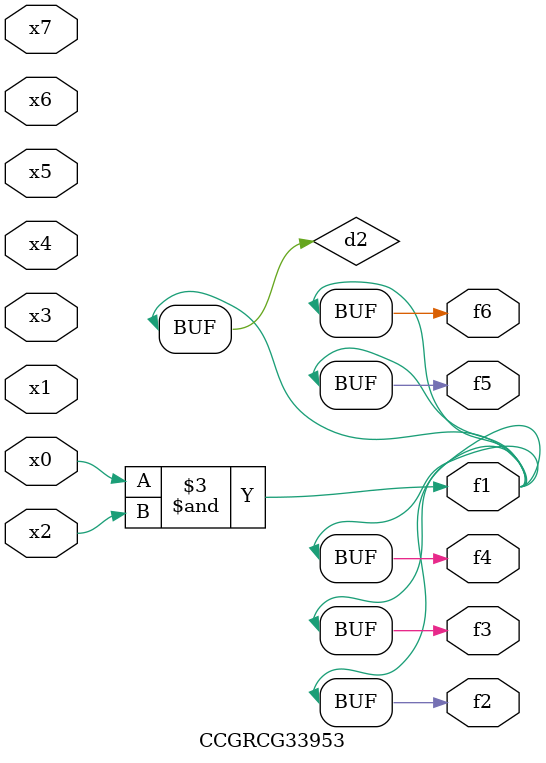
<source format=v>
module CCGRCG33953(
	input x0, x1, x2, x3, x4, x5, x6, x7,
	output f1, f2, f3, f4, f5, f6
);

	wire d1, d2;

	nor (d1, x3, x6);
	and (d2, x0, x2);
	assign f1 = d2;
	assign f2 = d2;
	assign f3 = d2;
	assign f4 = d2;
	assign f5 = d2;
	assign f6 = d2;
endmodule

</source>
